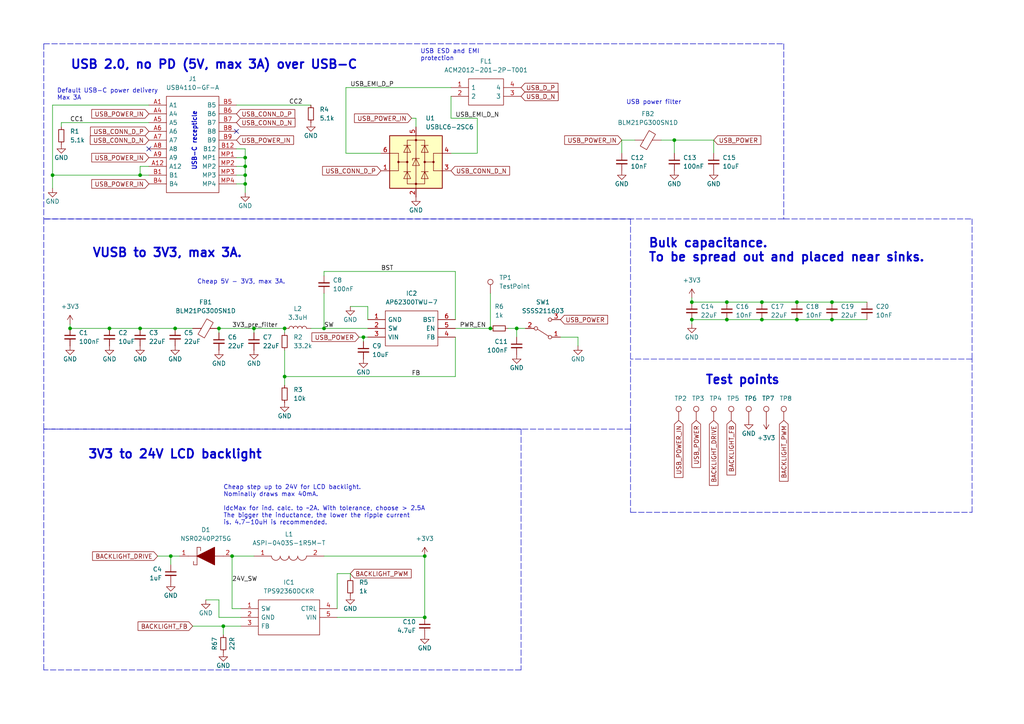
<source format=kicad_sch>
(kicad_sch (version 20211123) (generator eeschema)
  (paper "A4")
  (lib_symbols
    (symbol "Connector:TestPoint" (pin_numbers hide) (pin_names (offset 0.762) hide)
      (property "Reference" "TP" (at 0 6.858 0))
      (property "Value" "TestPoint" (at 0 5.08 0))
      (symbol "TestPoint_0_1"
        (circle (center 0 3.302) (radius 0.762))
      )
      (symbol "TestPoint_1_1"
        (pin passive line (at 0 0 90) (length 2.54) (name "1") (number "1"))
      )
    )
    (symbol "Device:C_Small" (pin_numbers hide) (pin_names (offset 0.254) hide)
      (property "Reference" "C" (at 0.254 1.778 0))
      (property "Value" "C_Small" (at 0.254 -2.032 0))
      (symbol "C_Small_0_1"
        (polyline (pts (xy -1.524 -0.508) (xy 1.524 -0.508)) (stroke (width 0.3302)))
        (polyline (pts (xy -1.524 0.508) (xy 1.524 0.508)) (stroke (width 0.3048)))
      )
      (symbol "C_Small_1_1"
        (pin passive line (at 0 2.54 270) (length 2.032) (name "~") (number "1"))
        (pin passive line (at 0 -2.54 90) (length 2.032) (name "~") (number "2"))
      )
    )
    (symbol "Device:FerriteBead" (pin_numbers hide) (pin_names (offset 0))
      (property "Reference" "FB" (at -3.81 0.635 90))
      (property "Value" "FerriteBead" (at 3.81 0 90))
      (symbol "FerriteBead_0_1"
        (polyline (pts (xy 0 -1.27) (xy 0 -1.2192)))
        (polyline (pts (xy 0 1.27) (xy 0 1.2954)))
        (polyline (pts (xy -2.7686 0.4064) (xy -1.7018 2.2606) (xy 2.7686 -0.3048) (xy 1.6764 -2.159) (xy -2.7686 0.4064)))
      )
      (symbol "FerriteBead_1_1"
        (pin passive line (at 0 3.81 270) (length 2.54) (name "~") (number "1"))
        (pin passive line (at 0 -3.81 90) (length 2.54) (name "~") (number "2"))
      )
    )
    (symbol "Device:L" (pin_numbers hide) (pin_names (offset 1.016) hide)
      (property "Reference" "L" (at -1.27 0 90))
      (property "Value" "L" (at 1.905 0 90))
      (symbol "L_0_1"
        (arc (start 0 -2.54) (mid 0.635 -1.905) (end 0 -1.27))
        (arc (start 0 -1.27) (mid 0.635 -0.635) (end 0 0))
        (arc (start 0 0) (mid 0.635 0.635) (end 0 1.27))
        (arc (start 0 1.27) (mid 0.635 1.905) (end 0 2.54))
      )
      (symbol "L_1_1"
        (pin passive line (at 0 3.81 270) (length 1.27) (name "1") (number "1"))
        (pin passive line (at 0 -3.81 90) (length 1.27) (name "2") (number "2"))
      )
    )
    (symbol "Device:R_Small" (pin_numbers hide) (pin_names (offset 0.254) hide)
      (property "Reference" "R" (at 0.762 0.508 0))
      (property "Value" "R_Small" (at 0.762 -1.016 0))
      (symbol "R_Small_0_1"
        (rectangle (start -0.762 1.778) (end 0.762 -1.778) (stroke (width 0.2032)))
      )
      (symbol "R_Small_1_1"
        (pin passive line (at 0 2.54 270) (length 0.762) (name "~") (number "1"))
        (pin passive line (at 0 -2.54 90) (length 0.762) (name "~") (number "2"))
      )
    )
    (symbol "Power_Protection:USBLC6-2SC6" (pin_names hide)
      (property "Reference" "U" (at 2.54 8.89 0))
      (property "Value" "USBLC6-2SC6" (at 2.54 -8.89 0))
      (symbol "USBLC6-2SC6_0_1"
        (rectangle (start -7.62 -7.62) (end 7.62 7.62) (stroke (width 0.254)) (fill (type background)))
        (circle (center -5.08 0) (radius 0.254) (fill (type outline)))
        (circle (center -2.54 0) (radius 0.254) (fill (type outline)))
        (rectangle (start -2.54 6.35) (end 2.54 -6.35))
        (circle (center 0 -6.35) (radius 0.254) (fill (type outline)))
        (polyline (pts (xy -5.08 -2.54) (xy -7.62 -2.54)))
        (polyline (pts (xy -5.08 0) (xy -5.08 -2.54)))
        (polyline (pts (xy -5.08 2.54) (xy -7.62 2.54)))
        (polyline (pts (xy -1.524 -2.794) (xy -3.556 -2.794)))
        (polyline (pts (xy -1.524 4.826) (xy -3.556 4.826)))
        (polyline (pts (xy 0 -7.62) (xy 0 -6.35)))
        (polyline (pts (xy 0 -6.35) (xy 0 1.27)))
        (polyline (pts (xy 0 1.27) (xy 0 6.35)))
        (polyline (pts (xy 0 6.35) (xy 0 7.62)))
        (polyline (pts (xy 1.524 -2.794) (xy 3.556 -2.794)))
        (polyline (pts (xy 1.524 4.826) (xy 3.556 4.826)))
        (polyline (pts (xy 5.08 -2.54) (xy 7.62 -2.54)))
        (polyline (pts (xy 5.08 0) (xy 5.08 -2.54)))
        (polyline (pts (xy 5.08 2.54) (xy 7.62 2.54)))
        (polyline (pts (xy -2.54 0) (xy -5.08 0) (xy -5.08 2.54)))
        (polyline (pts (xy 2.54 0) (xy 5.08 0) (xy 5.08 2.54)))
        (polyline (pts (xy -3.556 -4.826) (xy -1.524 -4.826) (xy -2.54 -2.794) (xy -3.556 -4.826)))
        (polyline (pts (xy -3.556 2.794) (xy -1.524 2.794) (xy -2.54 4.826) (xy -3.556 2.794)))
        (polyline (pts (xy -1.016 -1.016) (xy 1.016 -1.016) (xy 0 1.016) (xy -1.016 -1.016)))
        (polyline (pts (xy 1.016 1.016) (xy 0.762 1.016) (xy -1.016 1.016) (xy -1.016 0.508)))
        (polyline (pts (xy 3.556 -4.826) (xy 1.524 -4.826) (xy 2.54 -2.794) (xy 3.556 -4.826)))
        (polyline (pts (xy 3.556 2.794) (xy 1.524 2.794) (xy 2.54 4.826) (xy 3.556 2.794)))
        (circle (center 0 6.35) (radius 0.254) (fill (type outline)))
        (circle (center 2.54 0) (radius 0.254) (fill (type outline)))
        (circle (center 5.08 0) (radius 0.254) (fill (type outline)))
      )
      (symbol "USBLC6-2SC6_1_1"
        (pin passive line (at -10.16 -2.54 0) (length 2.54) (name "I/O1") (number "1"))
        (pin passive line (at 0 -10.16 90) (length 2.54) (name "GND") (number "2"))
        (pin passive line (at 10.16 -2.54 180) (length 2.54) (name "I/O2") (number "3"))
        (pin passive line (at 10.16 2.54 180) (length 2.54) (name "I/O2") (number "4"))
        (pin passive line (at 0 10.16 270) (length 2.54) (name "VBUS") (number "5"))
        (pin passive line (at -10.16 2.54 0) (length 2.54) (name "I/O1") (number "6"))
      )
    )
    (symbol "SamacSys_Parts:ACM2012-201-2P-T001" (pin_names (offset 0.762))
      (property "Reference" "FL" (at 16.51 7.62 0))
      (property "Value" "ACM2012-201-2P-T001" (at 16.51 5.08 0))
      (symbol "ACM2012-201-2P-T001_0_0"
        (pin passive line (at 0 0 0) (length 5.08) (name "1") (number "1"))
        (pin passive line (at 0 -2.54 0) (length 5.08) (name "2") (number "2"))
        (pin passive line (at 20.32 -2.54 180) (length 5.08) (name "3") (number "3"))
        (pin passive line (at 20.32 0 180) (length 5.08) (name "4") (number "4"))
      )
      (symbol "ACM2012-201-2P-T001_0_1"
        (polyline (pts (xy 5.08 2.54) (xy 15.24 2.54) (xy 15.24 -5.08) (xy 5.08 -5.08) (xy 5.08 2.54)) (stroke (width 0.1524)))
      )
    )
    (symbol "SamacSys_Parts:AP62300TWU-7" (pin_names (offset 0.762))
      (property "Reference" "IC" (at 21.59 7.62 0))
      (property "Value" "AP62300TWU-7" (at 21.59 5.08 0))
      (symbol "AP62300TWU-7_0_0"
        (pin passive line (at 0 0 0) (length 5.08) (name "GND") (number "1"))
        (pin passive line (at 0 -2.54 0) (length 5.08) (name "SW") (number "2"))
        (pin passive line (at 0 -5.08 0) (length 5.08) (name "VIN") (number "3"))
        (pin passive line (at 25.4 -5.08 180) (length 5.08) (name "FB") (number "4"))
        (pin passive line (at 25.4 -2.54 180) (length 5.08) (name "EN") (number "5"))
        (pin passive line (at 25.4 0 180) (length 5.08) (name "BST") (number "6"))
      )
      (symbol "AP62300TWU-7_0_1"
        (polyline (pts (xy 5.08 2.54) (xy 20.32 2.54) (xy 20.32 -7.62) (xy 5.08 -7.62) (xy 5.08 2.54)) (stroke (width 0.1524)))
      )
    )
    (symbol "SamacSys_Parts:ASPI-0403S-332M-T" (pin_names (offset 0.762))
      (property "Reference" "L" (at 16.51 6.35 0))
      (property "Value" "ASPI-0403S-332M-T" (at 16.51 3.81 0))
      (symbol "ASPI-0403S-332M-T_0_0"
        (pin passive line (at 0 0 0) (length 5.08) (name "~") (number "1"))
        (pin passive line (at 20.32 0 180) (length 5.08) (name "~") (number "2"))
      )
      (symbol "ASPI-0403S-332M-T_0_1"
        (arc (start 5.08 0) (mid 6.35 -1.3218) (end 7.62 0) (stroke (width 0.1524)))
        (arc (start 7.62 0) (mid 8.89 -1.3218) (end 10.16 0) (stroke (width 0.1524)))
        (arc (start 10.16 0) (mid 11.43 -1.3218) (end 12.7 0) (stroke (width 0.1524)))
        (arc (start 12.7 0) (mid 13.97 -1.3218) (end 15.24 0) (stroke (width 0.1524)))
      )
    )
    (symbol "SamacSys_Parts:NSR0240P2T5G" (pin_names (offset 0.762))
      (property "Reference" "D" (at 12.7 8.89 0))
      (property "Value" "NSR0240P2T5G" (at 12.7 6.35 0))
      (symbol "NSR0240P2T5G_0_0"
        (pin passive line (at 2.54 0 0) (length 2.54) (name "~") (number "1"))
        (pin passive line (at 17.78 0 180) (length 2.54) (name "~") (number "2"))
      )
      (symbol "NSR0240P2T5G_0_1"
        (polyline (pts (xy 5.08 0) (xy 7.62 0)) (stroke (width 0.1524)))
        (polyline (pts (xy 7.62 2.54) (xy 7.62 -2.54)) (stroke (width 0.1524)))
        (polyline (pts (xy 12.7 0) (xy 15.24 0)) (stroke (width 0.1524)))
        (polyline (pts (xy 7.62 -2.54) (xy 6.604 -2.54) (xy 6.604 -1.524)) (stroke (width 0.1524)))
        (polyline (pts (xy 7.62 2.54) (xy 8.636 2.54) (xy 8.636 1.524)) (stroke (width 0.1524)))
        (polyline (pts (xy 7.62 0) (xy 12.7 2.54) (xy 12.7 -2.54) (xy 7.62 0)) (stroke (width 0.254)) (fill (type outline)))
      )
    )
    (symbol "SamacSys_Parts:TPS92360DCKR" (pin_names (offset 0.762))
      (property "Reference" "IC" (at 24.13 7.62 0))
      (property "Value" "TPS92360DCKR" (at 24.13 5.08 0))
      (symbol "TPS92360DCKR_0_0"
        (pin passive line (at 0 0 0) (length 5.08) (name "SW") (number "1"))
        (pin passive line (at 0 -2.54 0) (length 5.08) (name "GND") (number "2"))
        (pin passive line (at 0 -5.08 0) (length 5.08) (name "FB") (number "3"))
        (pin passive line (at 27.94 0 180) (length 5.08) (name "CTRL") (number "4"))
        (pin passive line (at 27.94 -2.54 180) (length 5.08) (name "VIN") (number "5"))
      )
      (symbol "TPS92360DCKR_0_1"
        (polyline (pts (xy 5.08 2.54) (xy 22.86 2.54) (xy 22.86 -7.62) (xy 5.08 -7.62) (xy 5.08 2.54)) (stroke (width 0.1524)))
      )
    )
    (symbol "SamacSys_Parts:USB4110-GF-A" (pin_names (offset 0.762))
      (property "Reference" "J" (at 21.59 7.62 0))
      (property "Value" "USB4110-GF-A" (at 21.59 5.08 0))
      (symbol "USB4110-GF-A_0_0"
        (pin passive line (at 0 0 0) (length 5.08) (name "A1") (number "A1"))
        (pin passive line (at 0 -17.78 0) (length 5.08) (name "A12") (number "A12"))
        (pin passive line (at 0 -2.54 0) (length 5.08) (name "A4") (number "A4"))
        (pin passive line (at 0 -5.08 0) (length 5.08) (name "A5") (number "A5"))
        (pin passive line (at 0 -7.62 0) (length 5.08) (name "A6") (number "A6"))
        (pin passive line (at 0 -10.16 0) (length 5.08) (name "A7") (number "A7"))
        (pin passive line (at 0 -12.7 0) (length 5.08) (name "A8") (number "A8"))
        (pin passive line (at 0 -15.24 0) (length 5.08) (name "A9") (number "A9"))
        (pin passive line (at 0 -20.32 0) (length 5.08) (name "B1") (number "B1"))
        (pin passive line (at 25.4 -12.7 180) (length 5.08) (name "B12") (number "B12"))
        (pin passive line (at 0 -22.86 0) (length 5.08) (name "B4") (number "B4"))
        (pin passive line (at 25.4 0 180) (length 5.08) (name "B5") (number "B5"))
        (pin passive line (at 25.4 -2.54 180) (length 5.08) (name "B6") (number "B6"))
        (pin passive line (at 25.4 -5.08 180) (length 5.08) (name "B7") (number "B7"))
        (pin passive line (at 25.4 -7.62 180) (length 5.08) (name "B8") (number "B8"))
        (pin passive line (at 25.4 -10.16 180) (length 5.08) (name "B9") (number "B9"))
        (pin passive line (at 25.4 -15.24 180) (length 5.08) (name "MP1") (number "MP1"))
        (pin passive line (at 25.4 -17.78 180) (length 5.08) (name "MP2") (number "MP2"))
        (pin passive line (at 25.4 -20.32 180) (length 5.08) (name "MP3") (number "MP3"))
        (pin passive line (at 25.4 -22.86 180) (length 5.08) (name "MP4") (number "MP4"))
      )
      (symbol "USB4110-GF-A_0_1"
        (polyline (pts (xy 5.08 2.54) (xy 20.32 2.54) (xy 20.32 -25.4) (xy 5.08 -25.4) (xy 5.08 2.54)) (stroke (width 0.1524)))
      )
    )
    (symbol "Switch:SW_SPDT" (pin_names (offset 0) hide)
      (property "Reference" "SW" (at 0 4.318 0))
      (property "Value" "SW_SPDT" (at 0 -5.08 0))
      (symbol "SW_SPDT_0_0"
        (circle (center -2.032 0) (radius 0.508))
        (circle (center 2.032 -2.54) (radius 0.508))
      )
      (symbol "SW_SPDT_0_1"
        (polyline (pts (xy -1.524 0.254) (xy 1.651 2.286)))
        (circle (center 2.032 2.54) (radius 0.508))
      )
      (symbol "SW_SPDT_1_1"
        (pin passive line (at 5.08 2.54 180) (length 2.54) (name "A") (number "1"))
        (pin passive line (at -5.08 0 0) (length 2.54) (name "B") (number "2"))
        (pin passive line (at 5.08 -2.54 180) (length 2.54) (name "C") (number "3"))
      )
    )
    (symbol "power:+3V3" (power) (pin_names (offset 0))
      (property "Value" "+3V3" (at 0 3.556 0))
      (symbol "+3V3_0_1"
        (polyline (pts (xy -0.762 1.27) (xy 0 2.54)))
        (polyline (pts (xy 0 0) (xy 0 2.54)))
        (polyline (pts (xy 0 2.54) (xy 0.762 1.27)))
      )
      (symbol "+3V3_1_1"
        (pin power_in line (at 0 0 90) (length 0) hide (name "+3V3") (number "1"))
      )
    )
    (symbol "power:GND" (power) (pin_names (offset 0))
      (property "Value" "GND" (at 0 -3.81 0))
      (symbol "GND_0_1"
        (polyline (pts (xy 0 0) (xy 0 -1.27) (xy 1.27 -1.27) (xy 0 -2.54) (xy -1.27 -1.27) (xy 0 -1.27)))
      )
      (symbol "GND_1_1"
        (pin power_in line (at 0 0 270) (length 0) hide (name "GND") (number "1"))
      )
    )
  )
  (junction (at 31.75 95.25))
  (junction (at 105.41 97.79))
  (junction (at 64.77 181.61))
  (junction (at 231.14 87.63))
  (junction (at 195.58 40.64))
  (junction (at 40.64 50.8))
  (junction (at 123.19 179.07))
  (junction (at 93.98 95.25))
  (junction (at 241.3 92.71))
  (junction (at 71.12 48.26))
  (junction (at 63.5 95.25))
  (junction (at 73.66 95.25))
  (junction (at 71.12 53.34))
  (junction (at 241.3 87.63))
  (junction (at 142.24 95.25))
  (junction (at 200.66 92.71))
  (junction (at 149.86 95.25))
  (junction (at 82.55 109.22))
  (junction (at 20.32 95.25))
  (junction (at 49.53 161.29))
  (junction (at 82.55 95.25))
  (junction (at 50.8 95.25))
  (junction (at 220.98 92.71))
  (junction (at 210.82 87.63))
  (junction (at 231.14 92.71))
  (junction (at 220.98 87.63))
  (junction (at 200.66 87.63))
  (junction (at 15.24 50.8))
  (junction (at 71.12 45.72))
  (junction (at 123.19 161.29))
  (junction (at 40.64 95.25))
  (junction (at 71.12 50.8))
  (junction (at 210.82 92.71))
  (junction (at 67.31 161.29))
  (no_connect (at 43.18 43.18))
  (no_connect (at 68.58 38.1))
  (wire (pts (xy 49.53 161.29) (xy 49.53 163.83)))
  (wire (pts (xy 71.12 55.88) (xy 71.12 53.34)))
  (wire (pts (xy 149.86 95.25) (xy 149.86 97.79)))
  (wire (pts (xy 73.66 95.25) (xy 73.66 96.52)))
  (polyline (pts (xy 12.7 63.5) (xy 182.88 63.5)))
  (polyline (pts (xy 12.7 12.7) (xy 227.33 12.7)))
  (wire (pts (xy 142.24 85.09) (xy 142.24 95.25)))
  (wire (pts (xy 132.08 78.74) (xy 132.08 92.71)))
  (wire (pts (xy 43.18 48.26) (xy 40.64 48.26)))
  (wire (pts (xy 200.66 87.63) (xy 210.82 87.63)))
  (polyline (pts (xy 182.88 124.46) (xy 12.7 124.46)))
  (wire (pts (xy 207.01 44.45) (xy 207.01 40.64)))
  (wire (pts (xy 64.77 184.15) (xy 64.77 181.61)))
  (polyline (pts (xy 12.7 124.46) (xy 151.13 124.46)))
  (wire (pts (xy 17.78 35.56) (xy 17.78 36.83)))
  (wire (pts (xy 82.55 95.25) (xy 82.55 96.52)))
  (wire (pts (xy 63.5 95.25) (xy 73.66 95.25)))
  (wire (pts (xy 73.66 161.29) (xy 67.31 161.29)))
  (wire (pts (xy 167.64 100.33) (xy 167.64 97.79)))
  (wire (pts (xy 64.77 181.61) (xy 69.85 181.61)))
  (polyline (pts (xy 12.7 12.7) (xy 12.7 63.5)))
  (wire (pts (xy 132.08 109.22) (xy 132.08 97.79)))
  (polyline (pts (xy 227.33 63.5) (xy 281.94 63.5)))
  (wire (pts (xy 220.98 87.63) (xy 231.14 87.63)))
  (wire (pts (xy 138.43 34.29) (xy 130.81 34.29)))
  (wire (pts (xy 82.55 111.76) (xy 82.55 109.22)))
  (wire (pts (xy 55.88 181.61) (xy 64.77 181.61)))
  (polyline (pts (xy 227.33 12.7) (xy 227.33 63.5)))
  (wire (pts (xy 104.14 97.79) (xy 105.41 97.79)))
  (wire (pts (xy 68.58 48.26) (xy 71.12 48.26)))
  (wire (pts (xy 90.17 95.25) (xy 93.98 95.25)))
  (wire (pts (xy 100.33 44.45) (xy 100.33 25.4)))
  (polyline (pts (xy 182.88 124.46) (xy 182.88 148.59)))
  (wire (pts (xy 49.53 161.29) (xy 52.07 161.29)))
  (wire (pts (xy 15.24 50.8) (xy 15.24 30.48)))
  (polyline (pts (xy 281.94 148.59) (xy 281.94 104.14)))
  (wire (pts (xy 97.79 166.37) (xy 101.6 166.37)))
  (wire (pts (xy 200.66 86.36) (xy 200.66 87.63)))
  (wire (pts (xy 15.24 30.48) (xy 43.18 30.48)))
  (wire (pts (xy 231.14 87.63) (xy 241.3 87.63)))
  (wire (pts (xy 63.5 96.52) (xy 63.5 95.25)))
  (wire (pts (xy 123.19 161.29) (xy 123.19 179.07)))
  (wire (pts (xy 106.68 88.9) (xy 106.68 92.71)))
  (wire (pts (xy 71.12 48.26) (xy 71.12 45.72)))
  (wire (pts (xy 71.12 45.72) (xy 71.12 43.18)))
  (wire (pts (xy 93.98 95.25) (xy 106.68 95.25)))
  (polyline (pts (xy 12.7 124.46) (xy 12.7 63.5)))
  (wire (pts (xy 67.31 161.29) (xy 67.31 176.53)))
  (wire (pts (xy 93.98 85.09) (xy 93.98 95.25)))
  (wire (pts (xy 20.32 95.25) (xy 20.32 93.98)))
  (wire (pts (xy 100.33 25.4) (xy 130.81 25.4)))
  (wire (pts (xy 43.18 35.56) (xy 17.78 35.56)))
  (wire (pts (xy 101.6 166.37) (xy 101.6 167.64)))
  (wire (pts (xy 200.66 92.71) (xy 200.66 93.98)))
  (wire (pts (xy 15.24 50.8) (xy 40.64 50.8)))
  (wire (pts (xy 180.34 44.45) (xy 180.34 40.64)))
  (wire (pts (xy 40.64 48.26) (xy 40.64 50.8)))
  (wire (pts (xy 68.58 30.48) (xy 90.17 30.48)))
  (wire (pts (xy 180.34 40.64) (xy 184.15 40.64)))
  (wire (pts (xy 130.81 44.45) (xy 138.43 44.45)))
  (wire (pts (xy 45.72 161.29) (xy 49.53 161.29)))
  (wire (pts (xy 195.58 40.64) (xy 195.58 44.45)))
  (polyline (pts (xy 182.88 148.59) (xy 281.94 148.59)))
  (wire (pts (xy 130.81 34.29) (xy 130.81 27.94)))
  (wire (pts (xy 68.58 50.8) (xy 71.12 50.8)))
  (wire (pts (xy 200.66 92.71) (xy 210.82 92.71)))
  (wire (pts (xy 119.38 34.29) (xy 120.65 34.29)))
  (wire (pts (xy 93.98 80.01) (xy 93.98 78.74)))
  (wire (pts (xy 20.32 95.25) (xy 31.75 95.25)))
  (wire (pts (xy 105.41 99.06) (xy 105.41 97.79)))
  (wire (pts (xy 123.19 179.07) (xy 97.79 179.07)))
  (polyline (pts (xy 281.94 104.14) (xy 182.88 104.14)))
  (polyline (pts (xy 227.33 63.5) (xy 12.7 63.5)))
  (wire (pts (xy 191.77 40.64) (xy 195.58 40.64)))
  (wire (pts (xy 132.08 95.25) (xy 142.24 95.25)))
  (wire (pts (xy 15.24 54.61) (xy 15.24 50.8)))
  (wire (pts (xy 105.41 97.79) (xy 106.68 97.79)))
  (wire (pts (xy 82.55 101.6) (xy 82.55 109.22)))
  (wire (pts (xy 31.75 95.25) (xy 40.64 95.25)))
  (wire (pts (xy 40.64 95.25) (xy 50.8 95.25)))
  (wire (pts (xy 63.5 173.99) (xy 63.5 179.07)))
  (wire (pts (xy 82.55 109.22) (xy 132.08 109.22)))
  (wire (pts (xy 59.69 173.99) (xy 63.5 173.99)))
  (wire (pts (xy 220.98 92.71) (xy 231.14 92.71)))
  (wire (pts (xy 71.12 43.18) (xy 68.58 43.18)))
  (wire (pts (xy 97.79 176.53) (xy 97.79 166.37)))
  (wire (pts (xy 71.12 53.34) (xy 71.12 50.8)))
  (polyline (pts (xy 151.13 124.46) (xy 151.13 194.31)))
  (wire (pts (xy 40.64 50.8) (xy 43.18 50.8)))
  (wire (pts (xy 241.3 92.71) (xy 251.46 92.71)))
  (wire (pts (xy 152.4 95.25) (xy 149.86 95.25)))
  (wire (pts (xy 55.88 95.25) (xy 50.8 95.25)))
  (polyline (pts (xy 281.94 63.5) (xy 281.94 104.14)))
  (polyline (pts (xy 151.13 194.31) (xy 12.7 194.31)))
  (wire (pts (xy 207.01 40.64) (xy 195.58 40.64)))
  (wire (pts (xy 210.82 92.71) (xy 220.98 92.71)))
  (wire (pts (xy 93.98 78.74) (xy 132.08 78.74)))
  (wire (pts (xy 101.6 88.9) (xy 106.68 88.9)))
  (wire (pts (xy 138.43 44.45) (xy 138.43 34.29)))
  (wire (pts (xy 120.65 34.29) (xy 120.65 36.83)))
  (wire (pts (xy 210.82 87.63) (xy 220.98 87.63)))
  (wire (pts (xy 167.64 97.79) (xy 162.56 97.79)))
  (wire (pts (xy 93.98 161.29) (xy 123.19 161.29)))
  (wire (pts (xy 67.31 176.53) (xy 69.85 176.53)))
  (wire (pts (xy 149.86 95.25) (xy 147.32 95.25)))
  (wire (pts (xy 63.5 179.07) (xy 69.85 179.07)))
  (wire (pts (xy 241.3 87.63) (xy 251.46 87.63)))
  (wire (pts (xy 68.58 53.34) (xy 71.12 53.34)))
  (polyline (pts (xy 12.7 194.31) (xy 12.7 124.46)))
  (wire (pts (xy 231.14 92.71) (xy 241.3 92.71)))
  (wire (pts (xy 73.66 95.25) (xy 82.55 95.25)))
  (wire (pts (xy 110.49 44.45) (xy 100.33 44.45)))
  (wire (pts (xy 68.58 45.72) (xy 71.12 45.72)))
  (wire (pts (xy 71.12 50.8) (xy 71.12 48.26)))
  (polyline (pts (xy 182.88 63.5) (xy 182.88 124.46)))
  (text "VUSB to 3V3, max 3A." (at 26.67 74.93 0) (effects (font (size 2.54 2.54) (thickness 0.508) bold) (justify left bottom)))
  (text "Cheap 5V - 3V3, max 3A. " (at 57.15 82.55 0) (effects (font (size 1.27 1.27)) (justify left bottom)))
  (text "Test points" (at 204.47 111.76 0) (effects (font (size 2.54 2.54) (thickness 0.508) bold) (justify left bottom)))
  (text "USB 2.0, no PD (5V, max 3A) over USB-C" (at 20.32 20.32 0) (effects (font (size 2.54 2.54) (thickness 0.508) bold) (justify left bottom)))
  (text "Bulk capacitance. \nTo be spread out and placed near sinks." (at 187.96 76.2 0) (effects (font (size 2.54 2.54) (thickness 0.508) bold) (justify left bottom)))
  (text "USB-C recepticle" (at 57.15 49.53 90) (effects (font (size 1.27 1.27) (thickness 0.254) bold) (justify left bottom)))
  (text "Cheap step up to 24V for LCD backlight. \nNominally draws max 40mA. \n\nIdcMax for ind. calc. to ~2A. With tolerance, choose > 2.5A\nThe bigger the inductance, the lower the ripple current\nis. 4.7-10uH is recommended. " (at 64.77 152.4 0) (effects (font (size 1.27 1.27)) (justify left bottom)))
  (text "3V3 to 24V LCD backlight" (at 25.4 133.35 0) (effects (font (size 2.54 2.54) (thickness 0.508) bold) (justify left bottom)))
  (text "USB ESD and EMI\nprotection" (at 121.92 17.78 0) (effects (font (size 1.27 1.27)) (justify left bottom)))
  (text "USB power filter" (at 181.61 30.48 0) (effects (font (size 1.27 1.27)) (justify left bottom)))
  (text "Default USB-C power delivery\nMax 3A" (at 16.51 29.21 0) (effects (font (size 1.27 1.27)) (justify left bottom)))
  (label "24V_SW" (at 67.31 168.91 0))
  (label "CC1" (at 20.32 35.56 0))
  (label "SW" (at 93.98 95.25 0))
  (label "BST" (at 110.49 78.74 0))
  (label "3V3_pre_filter" (at 67.31 95.25 0))
  (label "USB_EMI_D_P" (at 101.6 25.4 0))
  (label "PWR_EN" (at 140.97 95.25 180))
  (label "CC2" (at 83.82 30.48 0))
  (label "FB" (at 119.38 109.22 0))
  (label "USB_EMI_D_N" (at 132.08 34.29 0))
  (global_label "BACKLIGHT_FB" (shape input) (at 212.09 121.92 270) (property "Intersheet References" "${INTERSHEET_REFS}" (effects hide)))
  (global_label "USB_POWER_IN" (shape input) (at 43.18 45.72 180) (property "Intersheet References" "${INTERSHEET_REFS}" (effects hide)))
  (global_label "USB_D_P" (shape input) (at 151.13 25.4 0) (property "Intersheet References" "${INTERSHEET_REFS}" (effects hide)))
  (global_label "USB_POWER_IN" (shape input) (at 180.34 40.64 180) (property "Intersheet References" "${INTERSHEET_REFS}" (effects hide)))
  (global_label "USB_POWER" (shape input) (at 201.93 121.92 270) (property "Intersheet References" "${INTERSHEET_REFS}" (effects hide)))
  (global_label "BACKLIGHT_PWM" (shape input) (at 227.33 121.92 270) (property "Intersheet References" "${INTERSHEET_REFS}" (effects hide)))
  (global_label "BACKLIGHT_PWM" (shape input) (at 101.6 166.37 0) (property "Intersheet References" "${INTERSHEET_REFS}" (effects hide)))
  (global_label "USB_CONN_D_P" (shape input) (at 110.49 49.53 180) (property "Intersheet References" "${INTERSHEET_REFS}" (effects hide)))
  (global_label "USB_POWER" (shape input) (at 207.01 40.64 0) (property "Intersheet References" "${INTERSHEET_REFS}" (effects hide)))
  (global_label "BACKLIGHT_DRIVE" (shape input) (at 45.72 161.29 180) (property "Intersheet References" "${INTERSHEET_REFS}" (effects hide)))
  (global_label "USB_CONN_D_P" (shape input) (at 43.18 38.1 180) (property "Intersheet References" "${INTERSHEET_REFS}" (effects hide)))
  (global_label "USB_POWER_IN" (shape input) (at 119.38 34.29 180) (property "Intersheet References" "${INTERSHEET_REFS}" (effects hide)))
  (global_label "USB_CONN_D_N" (shape input) (at 68.58 35.56 0) (property "Intersheet References" "${INTERSHEET_REFS}" (effects hide)))
  (global_label "USB_POWER_IN" (shape input) (at 43.18 33.02 180) (property "Intersheet References" "${INTERSHEET_REFS}" (effects hide)))
  (global_label "USB_CONN_D_N" (shape input) (at 130.81 49.53 0) (property "Intersheet References" "${INTERSHEET_REFS}" (effects hide)))
  (global_label "USB_POWER_IN" (shape input) (at 196.85 121.92 270) (property "Intersheet References" "${INTERSHEET_REFS}" (effects hide)))
  (global_label "USB_POWER_IN" (shape input) (at 68.58 40.64 0) (property "Intersheet References" "${INTERSHEET_REFS}" (effects hide)))
  (global_label "USB_CONN_D_N" (shape input) (at 43.18 40.64 180) (property "Intersheet References" "${INTERSHEET_REFS}" (effects hide)))
  (global_label "BACKLIGHT_DRIVE" (shape input) (at 207.01 121.92 270) (property "Intersheet References" "${INTERSHEET_REFS}" (effects hide)))
  (global_label "USB_POWER" (shape input) (at 162.56 92.71 0) (property "Intersheet References" "${INTERSHEET_REFS}" (effects hide)))
  (global_label "BACKLIGHT_FB" (shape input) (at 55.88 181.61 180) (property "Intersheet References" "${INTERSHEET_REFS}" (effects hide)))
  (global_label "USB_POWER" (shape input) (at 104.14 97.79 180) (property "Intersheet References" "${INTERSHEET_REFS}" (effects hide)))
  (global_label "USB_POWER_IN" (shape input) (at 43.18 53.34 180) (property "Intersheet References" "${INTERSHEET_REFS}" (effects hide)))
  (global_label "USB_D_N" (shape input) (at 151.13 27.94 0) (property "Intersheet References" "${INTERSHEET_REFS}" (effects hide)))
  (global_label "USB_CONN_D_P" (shape input) (at 68.58 33.02 0) (property "Intersheet References" "${INTERSHEET_REFS}" (effects hide)))
  (symbol (lib_id "Device:C_Small") (at 123.19 181.61 0) (mirror y) (unit 1)
    (property "Reference" "C10" (at 120.65 180.3462 0) (effects (justify left)))
    (property "Value" "4.7uF" (at 120.65 182.8862 0) (effects (justify left)))
    (property "Footprint" "Capacitor_SMD:C_0603_1608Metric" (effects hide))
    (property "LCSC" "C19666" (effects hide))
  )
  (symbol (lib_id "power:GND") (at 105.41 104.14 0) (unit 1)
    (property "Reference" "#PWR0129" (effects hide))
    (property "Value" "GND" (at 105.41 107.95 0))
  )
  (symbol (lib_id "Device:C_Small") (at 231.14 90.17 0) (unit 1)
    (property "Reference" "C18" (at 233.68 88.9062 0) (effects (justify left)))
    (property "Value" "10nF" (at 233.68 91.4462 0) (effects (justify left)))
    (property "Footprint" "Capacitor_SMD:C_0402_1005Metric" (effects hide))
    (property "LCSC" "C15195" (effects hide))
  )
  (symbol (lib_id "Device:R_Small") (at 90.17 33.02 0) (unit 1)
    (property "Reference" "R4" (at 92.71 31.7499 0) (effects (justify left)))
    (property "Value" "5.1k" (at 92.71 34.2899 0) (effects (justify left)))
    (property "Footprint" "Resistor_SMD:R_0402_1005Metric" (effects hide))
    (property "LCSC" "C258132" (effects hide))
  )
  (symbol (lib_id "power:GND") (at 217.17 121.92 0) (mirror y) (unit 1)
    (property "Reference" "#PWR0107" (effects hide))
    (property "Value" "GND" (at 217.17 125.73 0))
  )
  (symbol (lib_id "Device:C_Small") (at 200.66 90.17 0) (unit 1)
    (property "Reference" "C14" (at 203.2 88.9062 0) (effects (justify left)))
    (property "Value" "22uF" (at 203.2 91.4462 0) (effects (justify left)))
    (property "Footprint" "Capacitor_SMD:C_0805_2012Metric" (effects hide))
    (property "LCSC" "C45783" (effects hide))
  )
  (symbol (lib_id "Connector:TestPoint") (at 201.93 121.92 0) (unit 1)
    (property "Reference" "TP3" (at 200.66 115.57 0) (effects (justify left)))
    (property "Value" "TestPoint" (effects hide))
    (property "Footprint" "TestPoint:TestPoint_Pad_D1.5mm" (effects hide))
  )
  (symbol (lib_id "Device:C_Small") (at 149.86 100.33 0) (mirror y) (unit 1)
    (property "Reference" "C11" (at 147.32 99.0662 0) (effects (justify left)))
    (property "Value" "100nF" (at 147.32 101.6062 0) (effects (justify left)))
    (property "Footprint" "Capacitor_SMD:C_0402_1005Metric" (effects hide))
    (property "LCSC" "C1525" (effects hide))
  )
  (symbol (lib_id "Device:FerriteBead") (at 187.96 40.64 90) (unit 1)
    (property "Reference" "FB2" (at 187.9092 33.02 90))
    (property "Value" "BLM21PG300SN1D" (at 187.9092 35.56 90))
    (property "Footprint" "Resistor_SMD:R_0805_2012Metric" (effects hide))
    (property "LCSC" "C16903" (effects hide))
    (property "Manufacturer" "Murata" (effects hide))
  )
  (symbol (lib_id "power:GND") (at 101.6 172.72 0) (mirror y) (unit 1)
    (property "Reference" "#PWR0125" (effects hide))
    (property "Value" "GND" (at 101.6 176.53 0))
  )
  (symbol (lib_id "Device:C_Small") (at 40.64 97.79 0) (unit 1)
    (property "Reference" "C3" (at 43.18 96.5262 0) (effects (justify left)))
    (property "Value" "22uF" (at 43.18 99.0662 0) (effects (justify left)))
    (property "Footprint" "Capacitor_SMD:C_0805_2012Metric" (effects hide))
    (property "LCSC" "C45783" (effects hide))
  )
  (symbol (lib_id "Device:R_Small") (at 144.78 95.25 270) (mirror x) (unit 1)
    (property "Reference" "R6" (at 144.78 88.9 90))
    (property "Value" "1k" (at 144.78 91.44 90))
    (property "Footprint" "Resistor_SMD:R_0402_1005Metric" (effects hide))
    (property "LCSC" "C279981" (effects hide))
  )
  (symbol (lib_id "Device:C_Small") (at 207.01 46.99 0) (unit 1)
    (property "Reference" "C15" (at 209.55 45.7262 0) (effects (justify left)))
    (property "Value" "10uF" (at 209.55 48.2662 0) (effects (justify left)))
    (property "Footprint" "Capacitor_SMD:C_0805_2012Metric" (effects hide))
    (property "LCSC" "C15850" (effects hide))
  )
  (symbol (lib_id "power:+3V3") (at 200.66 86.36 0) (unit 1)
    (property "Reference" "#PWR0106" (effects hide))
    (property "Value" "+3V3" (at 200.66 81.28 0))
  )
  (symbol (lib_id "SamacSys_Parts:USB4110-GF-A") (at 43.18 30.48 0) (unit 1)
    (property "Reference" "J1" (at 55.88 22.86 0))
    (property "Value" "USB4110-GF-A" (at 55.88 25.4 0))
    (property "Footprint" "USB4110GFA" (effects hide))
    (property "Datasheet" "https://gct.co/files/drawings/usb4110.pdf" (effects hide))
    (property "Description" "CONN USB 2.0 TYPE-C R/A SMT" (effects hide))
    (property "Height" "3.26" (effects hide))
    (property "Mouser Part Number" "640-USB4110-GF-A" (effects hide))
    (property "Mouser Price/Stock" "https://www.mouser.co.uk/ProductDetail/GCT/USB4110-GF-A?qs=KUoIvG%2F9IlYiZvIXQjyJeA%3D%3D" (effects hide))
    (property "Manufacturer_Name" "GCT (GLOBAL CONNECTOR TECHNOLOGY)" (effects hide))
    (property "Manufacturer_Part_Number" "USB4110-GF-A" (effects hide))
    (property "LCSC" "C5143397" (effects hide))
  )
  (symbol (lib_id "SamacSys_Parts:AP62300TWU-7") (at 106.68 92.71 0) (unit 1)
    (property "Reference" "IC2" (at 119.38 85.09 0))
    (property "Value" "AP62300TWU-7" (at 119.38 87.63 0))
    (property "Footprint" "SOT95P280X100-6N" (effects hide))
    (property "Datasheet" "https://www.diodes.com/assets/Datasheets/AP62300_AP62301_AP62300T.pdf" (effects hide))
    (property "Description" "Conv DC-DC 4.2V to 18V Synchronous Step Down Single-Out 0.8V to 7V 3A 6-Pin TSOT-26 T/R" (effects hide))
    (property "Height" "1" (effects hide))
    (property "Mouser Part Number" "621-AP62300TWU-7" (effects hide))
    (property "Mouser Price/Stock" "https://www.mouser.co.uk/ProductDetail/Diodes-Incorporated/AP62300TWU-7?qs=vmHwEFxEFR9zCir%2F8nb3zg%3D%3D" (effects hide))
    (property "Manufacturer_Name" "Diodes Inc." (effects hide))
    (property "Manufacturer_Part_Number" "AP62300TWU-7" (effects hide))
    (property "LCSC" "C1883519" (effects hide))
  )
  (symbol (lib_id "power:GND") (at 50.8 100.33 0) (unit 1)
    (property "Reference" "#PWR0114" (effects hide))
    (property "Value" "GND" (at 50.8 104.14 0))
  )
  (symbol (lib_id "SamacSys_Parts:TPS92360DCKR") (at 69.85 176.53 0) (unit 1)
    (property "Reference" "IC1" (at 83.82 168.91 0))
    (property "Value" "TPS92360DCKR" (at 83.82 171.45 0))
    (property "Footprint" "SOT65P210X110-5N" (effects hide))
    (property "Datasheet" "https://www.mouser.de/ProductDetail/Texas-Instruments/TPS92360DCKR?qs=TuK3vfAjtkVCHAFNej%252BeDQ%3D%3D" (effects hide))
    (property "Description" "LED Lighting Drivers 38-V 1.2-A single channel LED backlight driver 5-SC70 -40 to 85" (effects hide))
    (property "Height" "1.1" (effects hide))
    (property "Mouser Part Number" "595-TPS92360DCKR" (effects hide))
    (property "Mouser Price/Stock" "https://www.mouser.co.uk/ProductDetail/Texas-Instruments/TPS92360DCKR?qs=TuK3vfAjtkVCHAFNej%252BeDQ%3D%3D" (effects hide))
    (property "Manufacturer_Name" "Texas Instruments" (effects hide))
    (property "Manufacturer_Part_Number" "TPS92360DCKR" (effects hide))
    (property "LCSC" "C2928788" (effects hide))
  )
  (symbol (lib_id "Connector:TestPoint") (at 227.33 121.92 0) (unit 1)
    (property "Reference" "TP8" (at 226.06 115.57 0) (effects (justify left)))
    (property "Value" "TestPoint" (effects hide))
    (property "Footprint" "TestPoint:TestPoint_Pad_D1.5mm" (effects hide))
  )
  (symbol (lib_id "power:GND") (at 64.77 189.23 0) (mirror y) (unit 1)
    (property "Reference" "#PWR0204" (effects hide))
    (property "Value" "GND" (at 64.77 193.04 0))
  )
  (symbol (lib_id "Device:R_Small") (at 82.55 114.3 180) (unit 1)
    (property "Reference" "R3" (at 85.09 113.0299 0) (effects (justify right)))
    (property "Value" "10k" (at 85.09 115.5699 0) (effects (justify right)))
    (property "Footprint" "Resistor_SMD:R_0402_1005Metric" (effects hide))
    (property "LCSC" "C25086" (effects hide))
  )
  (symbol (lib_id "power:GND") (at 31.75 100.33 0) (unit 1)
    (property "Reference" "#PWR0121" (effects hide))
    (property "Value" "GND" (at 31.75 104.14 0))
  )
  (symbol (lib_id "power:GND") (at 20.32 100.33 0) (unit 1)
    (property "Reference" "#PWR0122" (effects hide))
    (property "Value" "GND" (at 20.32 104.14 0))
  )
  (symbol (lib_id "power:GND") (at 167.64 100.33 0) (mirror y) (unit 1)
    (property "Reference" "#PWR0102" (effects hide))
    (property "Value" "GND" (at 167.64 104.14 0))
  )
  (symbol (lib_id "Device:C_Small") (at 180.34 46.99 0) (unit 1)
    (property "Reference" "C12" (at 182.88 45.7262 0) (effects (justify left)))
    (property "Value" "10nF" (at 182.88 48.2662 0) (effects (justify left)))
    (property "Footprint" "Capacitor_SMD:C_0402_1005Metric" (effects hide))
    (property "LCSC" "C15195" (effects hide))
  )
  (symbol (lib_id "Device:C_Small") (at 63.5 99.06 0) (unit 1)
    (property "Reference" "C6" (at 66.04 97.7962 0) (effects (justify left)))
    (property "Value" "22uF" (at 66.04 100.3362 0) (effects (justify left)))
    (property "Footprint" "Capacitor_SMD:C_0805_2012Metric" (effects hide))
    (property "LCSC" "C45783" (effects hide))
  )
  (symbol (lib_id "Connector:TestPoint") (at 196.85 121.92 0) (unit 1)
    (property "Reference" "TP2" (at 195.58 115.57 0) (effects (justify left)))
    (property "Value" "TestPoint" (effects hide))
    (property "Footprint" "TestPoint:TestPoint_Pad_D1.5mm" (effects hide))
  )
  (symbol (lib_id "Switch:SW_SPDT") (at 157.48 95.25 0) (mirror x) (unit 1)
    (property "Reference" "SW1" (at 157.48 87.63 0))
    (property "Value" "SSSS211603" (at 157.48 90.17 0))
    (property "Footprint" "SamacSys_Parts:SSSS211603" (effects hide))
    (property "LCSC" "C125040" (effects hide))
    (property "Manufacturer" "Alps Alpine" (effects hide))
  )
  (symbol (lib_id "power:GND") (at 195.58 49.53 0) (unit 1)
    (property "Reference" "#PWR0104" (effects hide))
    (property "Value" "GND" (at 195.58 53.34 0))
  )
  (symbol (lib_id "power:GND") (at 40.64 100.33 0) (unit 1)
    (property "Reference" "#PWR0120" (effects hide))
    (property "Value" "GND" (at 40.64 104.14 0))
  )
  (symbol (lib_id "power:GND") (at 59.69 173.99 0) (mirror y) (unit 1)
    (property "Reference" "#PWR0118" (effects hide))
    (property "Value" "GND" (at 59.69 177.8 0))
  )
  (symbol (lib_id "Power_Protection:USBLC6-2SC6") (at 120.65 46.99 0) (unit 1)
    (property "Reference" "U1" (at 123.4187 34.29 0) (effects (justify left)))
    (property "Value" "USBLC6-2SC6" (at 123.4187 36.83 0) (effects (justify left)))
    (property "Footprint" "Package_TO_SOT_SMD:SOT-23-6" (effects hide))
    (property "Datasheet" "https://www.st.com/resource/en/datasheet/usblc6-2.pdf" (effects hide))
    (property "LCSC" "C5250994" (effects hide))
  )
  (symbol (lib_id "Device:L") (at 86.36 95.25 90) (unit 1)
    (property "Reference" "L2" (at 86.36 89.535 90))
    (property "Value" "3.3uH" (at 86.36 92.075 90))
    (property "Footprint" "VLS5045EX-3R3N:IND_VLS5045EX-3R3N" (effects hide))
    (property "Datasheet" "VLS5045EX-3R3N" (effects hide))
    (property "LCSC" "C307875" (effects hide))
  )
  (symbol (lib_id "power:GND") (at 207.01 49.53 0) (unit 1)
    (property "Reference" "#PWR0105" (effects hide))
    (property "Value" "GND" (at 207.01 53.34 0))
  )
  (symbol (lib_id "Connector:TestPoint") (at 222.25 121.92 0) (unit 1)
    (property "Reference" "TP7" (at 220.98 115.57 0) (effects (justify left)))
    (property "Value" "TestPoint" (effects hide))
    (property "Footprint" "TestPoint:TestPoint_Pad_D1.5mm" (effects hide))
  )
  (symbol (lib_id "Device:C_Small") (at 93.98 82.55 180) (unit 1)
    (property "Reference" "C8" (at 96.52 81.2735 0) (effects (justify right)))
    (property "Value" "100nF" (at 96.52 83.8135 0) (effects (justify right)))
    (property "Footprint" "Capacitor_SMD:C_0402_1005Metric" (effects hide))
    (property "LCSC" "C1525" (effects hide))
  )
  (symbol (lib_id "Device:C_Small") (at 105.41 101.6 0) (unit 1)
    (property "Reference" "C9" (at 107.95 100.3362 0) (effects (justify left)))
    (property "Value" "10uF" (at 107.95 102.8762 0) (effects (justify left)))
    (property "Footprint" "Capacitor_SMD:C_0805_2012Metric" (effects hide))
    (property "LCSC" "C15850" (effects hide))
  )
  (symbol (lib_id "Device:C_Small") (at 251.46 90.17 0) (unit 1)
    (property "Reference" "C20" (at 254 88.9062 0) (effects (justify left)))
    (property "Value" "10nF" (at 254 91.4462 0) (effects (justify left)))
    (property "Footprint" "Capacitor_SMD:C_0402_1005Metric" (effects hide))
    (property "LCSC" "C15195" (effects hide))
  )
  (symbol (lib_id "power:+3V3") (at 20.32 93.98 0) (unit 1)
    (property "Reference" "#PWR0115" (effects hide))
    (property "Value" "+3V3" (at 20.32 88.9 0))
  )
  (symbol (lib_id "power:GND") (at 71.12 55.88 0) (unit 1)
    (property "Reference" "#PWR0113" (effects hide))
    (property "Value" "GND" (at 71.12 59.69 0))
  )
  (symbol (lib_id "Connector:TestPoint") (at 217.17 121.92 0) (unit 1)
    (property "Reference" "TP6" (at 215.9 115.57 0) (effects (justify left)))
    (property "Value" "TestPoint" (effects hide))
    (property "Footprint" "TestPoint:TestPoint_Pad_D1.5mm" (effects hide))
  )
  (symbol (lib_id "power:GND") (at 180.34 49.53 0) (unit 1)
    (property "Reference" "#PWR0101" (effects hide))
    (property "Value" "GND" (at 180.34 53.34 0))
  )
  (symbol (lib_id "Device:R_Small") (at 64.77 186.69 0) (unit 1)
    (property "Reference" "R67" (at 62.23 186.69 90))
    (property "Value" "22R" (at 67.31 186.69 90))
    (property "Footprint" "Resistor_SMD:R_0402_1005Metric" (effects hide))
    (property "LCSC" "C25092" (effects hide))
  )
  (symbol (lib_id "power:GND") (at 123.19 184.15 0) (mirror y) (unit 1)
    (property "Reference" "#PWR0124" (effects hide))
    (property "Value" "GND" (at 123.19 187.96 0))
  )
  (symbol (lib_id "Device:C_Small") (at 50.8 97.79 0) (unit 1)
    (property "Reference" "C5" (at 53.34 96.5262 0) (effects (justify left)))
    (property "Value" "22uF" (at 53.34 99.0662 0) (effects (justify left)))
    (property "Footprint" "Capacitor_SMD:C_0805_2012Metric" (effects hide))
    (property "LCSC" "C45783" (effects hide))
  )
  (symbol (lib_id "power:GND") (at 49.53 168.91 0) (mirror y) (unit 1)
    (property "Reference" "#PWR0117" (effects hide))
    (property "Value" "GND" (at 49.53 172.72 0))
  )
  (symbol (lib_id "Connector:TestPoint") (at 207.01 121.92 0) (unit 1)
    (property "Reference" "TP4" (at 205.74 115.57 0) (effects (justify left)))
    (property "Value" "TestPoint" (effects hide))
    (property "Footprint" "TestPoint:TestPoint_Pad_D1.5mm" (effects hide))
  )
  (symbol (lib_id "power:GND") (at 73.66 101.6 0) (unit 1)
    (property "Reference" "#PWR0126" (effects hide))
    (property "Value" "GND" (at 73.66 105.41 0))
  )
  (symbol (lib_id "Device:C_Small") (at 73.66 99.06 0) (unit 1)
    (property "Reference" "C7" (at 76.2 97.7962 0) (effects (justify left)))
    (property "Value" "22uF" (at 76.2 100.3362 0) (effects (justify left)))
    (property "Footprint" "Capacitor_SMD:C_0805_2012Metric" (effects hide))
    (property "LCSC" "C45783" (effects hide))
  )
  (symbol (lib_id "power:GND") (at 90.17 35.56 0) (unit 1)
    (property "Reference" "#PWR0110" (effects hide))
    (property "Value" "GND" (at 90.17 39.37 0))
  )
  (symbol (lib_id "power:GND") (at 82.55 116.84 0) (unit 1)
    (property "Reference" "#PWR0116" (effects hide))
    (property "Value" "GND" (at 82.55 120.65 0))
  )
  (symbol (lib_id "SamacSys_Parts:ACM2012-201-2P-T001") (at 130.81 25.4 0) (unit 1)
    (property "Reference" "FL1" (at 140.97 17.78 0))
    (property "Value" "ACM2012-201-2P-T001" (at 140.97 20.32 0))
    (property "Footprint" "SamacSys_Parts:ACM20121022PT001" (effects hide))
    (property "Datasheet" "https://product.tdk.com/system/files/dam/doc/product/emc/emc/cmf_cmc/catalog/cmf_automotive_signal_acm2012_en.pdf" (effects hide))
    (property "Description" "Common Mode Filters / Chokes, |Z|=200 at 100MHz, L x W x T :" (effects hide))
    (property "Height" "1.3" (effects hide))
    (property "Mouser Part Number" "810-ACM20122012PT001" (effects hide))
    (property "Mouser Price/Stock" "https://www.mouser.co.uk/ProductDetail/TDK/ACM2012-201-2P-T001?qs=5GteYzHiykasKXz0gCxwDQ%3D%3D" (effects hide))
    (property "Manufacturer_Name" "TDK" (effects hide))
    (property "Manufacturer_Part_Number" "ACM2012-201-2P-T001" (effects hide))
    (property "LCSC" "C383338" (effects hide))
  )
  (symbol (lib_id "power:GND") (at 17.78 41.91 0) (unit 1)
    (property "Reference" "#PWR0111" (effects hide))
    (property "Value" "GND" (at 17.78 45.72 0))
  )
  (symbol (lib_id "Device:FerriteBead") (at 59.69 95.25 90) (unit 1)
    (property "Reference" "FB1" (at 59.6392 87.63 90))
    (property "Value" "BLM21PG300SN1D" (at 59.6392 90.17 90))
    (property "Footprint" "Resistor_SMD:R_0805_2012Metric" (effects hide))
    (property "LCSC" "C16903" (effects hide))
    (property "Manufacturer" "Murata" (effects hide))
  )
  (symbol (lib_id "power:+3V3") (at 222.25 121.92 180) (unit 1)
    (property "Reference" "#PWR0108" (effects hide))
    (property "Value" "+3V3" (at 222.25 127 0))
  )
  (symbol (lib_id "power:GND") (at 63.5 101.6 0) (unit 1)
    (property "Reference" "#PWR0119" (effects hide))
    (property "Value" "GND" (at 63.5 105.41 0))
  )
  (symbol (lib_id "Device:R_Small") (at 17.78 39.37 0) (unit 1)
    (property "Reference" "R1" (at 20.32 38.0999 0) (effects (justify left)))
    (property "Value" "5.1k" (at 20.32 40.6399 0) (effects (justify left)))
    (property "Footprint" "Resistor_SMD:R_0402_1005Metric" (effects hide))
    (property "LCSC" "C258132" (effects hide))
  )
  (symbol (lib_id "SamacSys_Parts:ASPI-0403S-332M-T") (at 73.66 161.29 0) (unit 1)
    (property "Reference" "L1" (at 83.82 154.94 0))
    (property "Value" "ASPI-0403S-1R5M-T" (at 83.82 157.48 0))
    (property "Footprint" "SamacSys_Parts:ASPI0403S332MT" (effects hide))
    (property "Datasheet" "https://abracon.com/Magnetics/power/ASPI-0403.pdf" (effects hide))
    (property "Description" "Fixed Inductors FIXED IND 3.3MH 80MA 11 OHM SMD" (effects hide))
    (property "Height" "2.92" (effects hide))
    (property "Mouser Part Number" "815-ASPI-0403S-1R5M" (effects hide))
    (property "Mouser Price/Stock" "https://www.mouser.co.uk/ProductDetail/ABRACON/ASPI-0403S-332M-T?qs=nwAb7ZGSLg7iIGWTVj6cew%3D%3D" (effects hide))
    (property "Manufacturer_Name" "ABRACON" (effects hide))
    (property "Manufacturer_Part_Number" "ASPI-0403S-1R5M-T" (effects hide))
    (property "LCSC" "C187216" (effects hide))
  )
  (symbol (lib_id "Device:C_Small") (at 49.53 166.37 0) (mirror y) (unit 1)
    (property "Reference" "C4" (at 46.99 165.1062 0) (effects (justify left)))
    (property "Value" "1uF" (at 46.99 167.6462 0) (effects (justify left)))
    (property "Footprint" "Capacitor_SMD:C_0603_1608Metric" (effects hide))
    (property "LCSC" "C15849" (effects hide))
  )
  (symbol (lib_id "Device:C_Small") (at 20.32 97.79 0) (unit 1)
    (property "Reference" "C1" (at 22.86 96.5262 0) (effects (justify left)))
    (property "Value" "100nF" (at 22.86 99.0662 0) (effects (justify left)))
    (property "Footprint" "Capacitor_SMD:C_0402_1005Metric" (effects hide))
    (property "LCSC" "C1525" (effects hide))
  )
  (symbol (lib_id "power:GND") (at 120.65 57.15 0) (unit 1)
    (property "Reference" "#PWR0127" (effects hide))
    (property "Value" "GND" (at 120.65 60.96 0))
  )
  (symbol (lib_id "Device:C_Small") (at 210.82 90.17 0) (unit 1)
    (property "Reference" "C16" (at 213.36 88.9062 0) (effects (justify left)))
    (property "Value" "10nF" (at 213.36 91.4462 0) (effects (justify left)))
    (property "Footprint" "Capacitor_SMD:C_0402_1005Metric" (effects hide))
    (property "LCSC" "C15195" (effects hide))
  )
  (symbol (lib_id "SamacSys_Parts:NSR0240P2T5G") (at 49.53 161.29 0) (unit 1)
    (property "Reference" "D1" (at 59.69 153.67 0))
    (property "Value" "NSR0240P2T5G" (at 59.69 156.21 0))
    (property "Footprint" "SamacSys_Parts:SODFL1006X40N" (effects hide))
    (property "Datasheet" "https://www.onsemi.com/pub/Collateral/NSR0240P2-D.PDF" (effects hide))
    (property "Description" "ON Semi 200mA, Schottky Diode, 2-Pin SOD-923 NSR0240P2T5G" (effects hide))
    (property "Height" "0.4" (effects hide))
    (property "Mouser Part Number" "863-NSR0240P2T5G" (effects hide))
    (property "Mouser Price/Stock" "https://www.mouser.co.uk/ProductDetail/onsemi/NSR0240P2T5G?qs=MmNasGTH8pKc65fDoxHKbQ%3D%3D" (effects hide))
    (property "Manufacturer_Name" "onsemi" (effects hide))
    (property "Manufacturer_Part_Number" "NSR0240P2T5G" (effects hide))
    (property "LCSC" "C896425" (effects hide))
  )
  (symbol (lib_id "Device:R_Small") (at 101.6 170.18 0) (mirror y) (unit 1)
    (property "Reference" "R5" (at 104.14 168.9099 0) (effects (justify right)))
    (property "Value" "1k" (at 104.14 171.4499 0) (effects (justify right)))
    (property "Footprint" "Resistor_SMD:R_0402_1005Metric" (effects hide))
    (property "LCSC" "C279981" (effects hide))
  )
  (symbol (lib_id "Device:R_Small") (at 82.55 99.06 180) (unit 1)
    (property "Reference" "R2" (at 85.09 97.7899 0) (effects (justify right)))
    (property "Value" "33.2k" (at 85.09 100.3299 0) (effects (justify right)))
    (property "Footprint" "Resistor_SMD:R_0402_1005Metric" (effects hide))
    (property "LCSC" "C400623" (effects hide))
  )
  (symbol (lib_id "power:+3V3") (at 123.19 161.29 0) (unit 1)
    (property "Reference" "#PWR0123" (effects hide))
    (property "Value" "+3V3" (at 123.19 156.21 0))
  )
  (symbol (lib_id "Device:C_Small") (at 31.75 97.79 0) (unit 1)
    (property "Reference" "C2" (at 34.29 96.5262 0) (effects (justify left)))
    (property "Value" "10uF" (at 34.29 99.0662 0) (effects (justify left)))
    (property "Footprint" "Capacitor_SMD:C_0805_2012Metric" (effects hide))
    (property "LCSC" "C15850" (effects hide))
  )
  (symbol (lib_id "Device:C_Small") (at 195.58 46.99 0) (unit 1)
    (property "Reference" "C13" (at 198.12 45.7262 0) (effects (justify left)))
    (property "Value" "100nF" (at 198.12 48.2662 0) (effects (justify left)))
    (property "Footprint" "Capacitor_SMD:C_0402_1005Metric" (effects hide))
    (property "LCSC" "C1525" (effects hide))
  )
  (symbol (lib_id "Connector:TestPoint") (at 212.09 121.92 0) (unit 1)
    (property "Reference" "TP5" (at 210.82 115.57 0) (effects (justify left)))
    (property "Value" "TestPoint" (effects hide))
    (property "Footprint" "TestPoint:TestPoint_Pad_D1.5mm" (effects hide))
  )
  (symbol (lib_id "Connector:TestPoint") (at 142.24 85.09 0) (unit 1)
    (property "Reference" "TP1" (at 144.78 80.5179 0) (effects (justify left)))
    (property "Value" "TestPoint" (at 144.78 83.0579 0) (effects (justify left)))
    (property "Footprint" "TestPoint:TestPoint_Pad_D1.5mm" (effects hide))
  )
  (symbol (lib_id "power:GND") (at 15.24 54.61 0) (unit 1)
    (property "Reference" "#PWR0112" (effects hide))
    (property "Value" "GND" (at 15.24 58.42 0))
  )
  (symbol (lib_id "power:GND") (at 149.86 102.87 0) (mirror y) (unit 1)
    (property "Reference" "#PWR0103" (effects hide))
    (property "Value" "GND" (at 149.86 106.68 0))
  )
  (symbol (lib_id "power:GND") (at 101.6 88.9 0) (unit 1)
    (property "Reference" "#PWR0128" (effects hide))
    (property "Value" "GND" (at 101.6 92.71 0))
  )
  (symbol (lib_id "Device:C_Small") (at 220.98 90.17 0) (unit 1)
    (property "Reference" "C17" (at 223.52 88.9062 0) (effects (justify left)))
    (property "Value" "22uF" (at 223.52 91.4462 0) (effects (justify left)))
    (property "Footprint" "Capacitor_SMD:C_0805_2012Metric" (effects hide))
    (property "LCSC" "C45783" (effects hide))
  )
  (symbol (lib_id "Device:C_Small") (at 241.3 90.17 0) (unit 1)
    (property "Reference" "C19" (at 243.84 88.9062 0) (effects (justify left)))
    (property "Value" "22uF" (at 243.84 91.4462 0) (effects (justify left)))
    (property "Footprint" "Capacitor_SMD:C_0805_2012Metric" (effects hide))
    (property "LCSC" "C45783" (effects hide))
  )
  (symbol (lib_id "power:GND") (at 200.66 93.98 0) (unit 1)
    (property "Reference" "#PWR0109" (effects hide))
    (property "Value" "GND" (at 200.66 97.79 0))
  )
)
</source>
